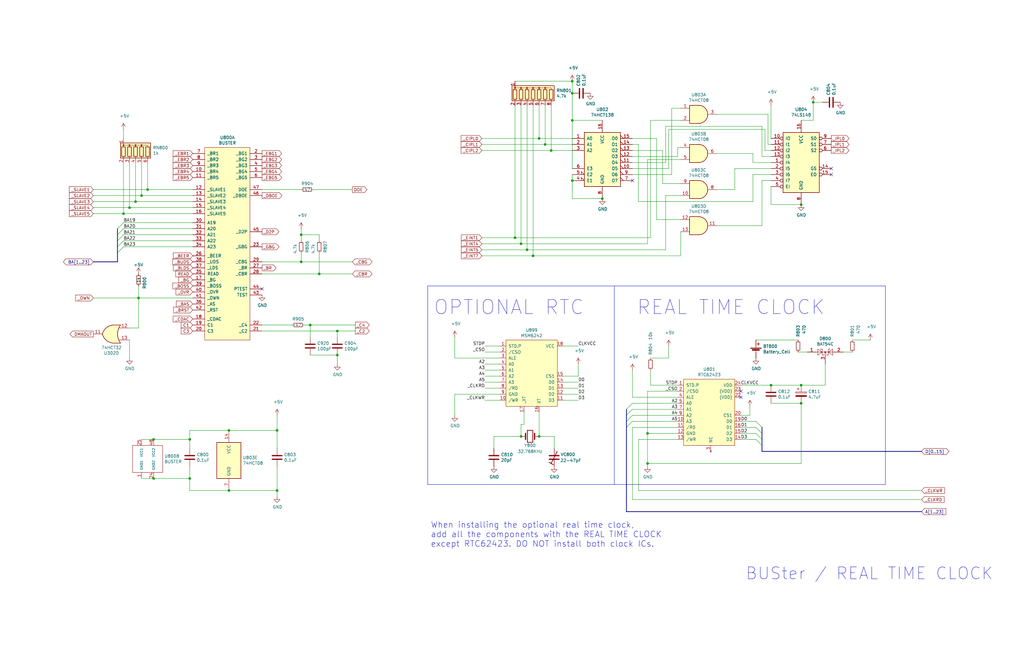
<source format=kicad_sch>
(kicad_sch (version 20231120) (generator "eeschema") (generator_version "8.0")
  (paper "B")
  (title_block (title "Amiga 2000 EATX") (date "2024-06-02") (rev "3.1"))
  (junction (at 116.84 181.61))
  (junction (at 229.87 60.96))
  (junction (at 254 83.82))
  (junction (at 80.01 201.93))
  (junction (at 134.62 115.57))
  (junction (at 241.3 34.29))
  (junction (at 62.23 80.01))
  (junction (at 227.33 58.42))
  (junction (at 241.3 76.2))
  (junction (at 116.84 207.01))
  (junction (at 127 99.06))
  (junction (at 59.69 82.55))
  (junction (at 96.52 181.61))
  (junction (at 227.33 184.15))
  (junction (at 219.71 102.87))
  (junction (at 217.17 100.33))
  (junction (at 64.77 185.42))
  (junction (at 142.24 139.7))
  (junction (at 224.79 107.95))
  (junction (at 241.3 50.8))
  (junction (at 337.82 170.18))
  (junction (at 142.24 149.86))
  (junction (at 337.82 162.56))
  (junction (at 241.3 39.37))
  (junction (at 325.12 162.56))
  (junction (at 64.77 201.93))
  (junction (at 273.05 182.88))
  (junction (at 80.01 185.42))
  (junction (at 52.07 90.17))
  (junction (at 96.52 207.01))
  (junction (at 342.9 43.18))
  (junction (at 127 110.49))
  (junction (at 232.41 63.5))
  (junction (at 219.71 184.15))
  (junction (at 222.25 105.41))
  (junction (at 54.61 87.63))
  (junction (at 273.05 195.58))
  (junction (at 57.15 85.09))
  (junction (at 337.82 86.36))
  (junction (at 58.42 125.73))
  (junction (at 130.81 137.16))
  (no_connect (at 350.52 71.12))
  (no_connect (at 312.42 167.64))
  (no_connect (at 350.52 73.66))
  (no_connect (at 312.42 165.1))
  (no_connect (at 110.49 121.92))
  (no_connect (at 266.7 76.2))
  (bus_entry (at 266.7 172.72) (size -2.54 2.54))
  (bus_entry (at 52.07 96.52) (size -2.54 2.54))
  (bus_entry (at 52.07 99.06) (size -2.54 2.54))
  (bus_entry (at 52.07 104.14) (size -2.54 2.54))
  (bus_entry (at 52.07 93.98) (size -2.54 2.54))
  (bus_entry (at 318.77 185.42) (size 2.54 2.54))
  (bus_entry (at 318.77 177.8) (size 2.54 2.54))
  (bus_entry (at 266.7 175.26) (size -2.54 2.54))
  (bus_entry (at 52.07 101.6) (size -2.54 2.54))
  (bus_entry (at 318.77 180.34) (size 2.54 2.54))
  (bus_entry (at 266.7 170.18) (size -2.54 2.54))
  (bus_entry (at 318.77 182.88) (size 2.54 2.54))
  (bus_entry (at 266.7 177.8) (size -2.54 2.54))
  (wire (pts (xy 281.94 54.61) (xy 322.58 54.61)))
  (wire (pts (xy 317.5 64.77) (xy 317.5 68.58)))
  (wire (pts (xy 80.01 201.93) (xy 80.01 207.01)))
  (wire (pts (xy 359.41 143.51) (xy 367.03 143.51)))
  (wire (pts (xy 274.32 162.56) (xy 274.32 156.21)))
  (wire (pts (xy 54.61 138.43) (xy 58.42 138.43)))
  (wire (pts (xy 116.84 209.55) (xy 116.84 207.01)))
  (wire (pts (xy 39.37 125.73) (xy 58.42 125.73)))
  (wire (pts (xy 227.33 44.45) (xy 227.33 58.42)))
  (wire (pts (xy 243.84 158.75) (xy 243.84 153.67)))
  (wire (pts (xy 210.82 151.13) (xy 191.77 151.13)))
  (wire (pts (xy 81.28 80.01) (xy 62.23 80.01)))
  (wire (pts (xy 318.77 143.51) (xy 336.55 143.51)))
  (wire (pts (xy 266.7 73.66) (xy 283.21 73.66)))
  (wire (pts (xy 336.55 148.59) (xy 340.36 148.59)))
  (wire (pts (xy 312.42 177.8) (xy 318.77 177.8)))
  (wire (pts (xy 62.23 68.58) (xy 62.23 80.01)))
  (bus (pts (xy 264.16 175.26) (xy 264.16 177.8)))
  (bus (pts (xy 264.16 172.72) (xy 264.16 175.26)))
  (wire (pts (xy 266.7 167.64) (xy 285.75 167.64)))
  (wire (pts (xy 323.85 48.26) (xy 302.26 48.26)))
  (wire (pts (xy 219.71 184.15) (xy 208.28 184.15)))
  (wire (pts (xy 325.12 58.42) (xy 325.12 44.45)))
  (wire (pts (xy 309.88 80.01) (xy 309.88 71.12)))
  (wire (pts (xy 64.77 201.93) (xy 80.01 201.93)))
  (wire (pts (xy 210.82 161.29) (xy 204.47 161.29)))
  (wire (pts (xy 317.5 73.66) (xy 325.12 73.66)))
  (wire (pts (xy 57.15 68.58) (xy 57.15 85.09)))
  (wire (pts (xy 203.2 107.95) (xy 224.79 107.95)))
  (wire (pts (xy 59.69 201.93) (xy 64.77 201.93)))
  (wire (pts (xy 81.28 85.09) (xy 57.15 85.09)))
  (wire (pts (xy 317.5 68.58) (xy 325.12 68.58)))
  (wire (pts (xy 325.12 86.36) (xy 337.82 86.36)))
  (wire (pts (xy 266.7 210.82) (xy 266.7 180.34)))
  (wire (pts (xy 210.82 158.75) (xy 204.47 158.75)))
  (wire (pts (xy 237.49 161.29) (xy 243.84 161.29)))
  (bus (pts (xy 49.53 99.06) (xy 49.53 101.6)))
  (wire (pts (xy 273.05 195.58) (xy 273.05 196.85)))
  (bus (pts (xy 264.16 177.8) (xy 264.16 180.34)))
  (wire (pts (xy 266.7 60.96) (xy 269.24 60.96)))
  (wire (pts (xy 52.07 90.17) (xy 39.37 90.17)))
  (wire (pts (xy 210.82 153.67) (xy 204.47 153.67)))
  (wire (pts (xy 237.49 166.37) (xy 243.84 166.37)))
  (bus (pts (xy 49.53 106.68) (xy 49.53 110.49)))
  (wire (pts (xy 58.42 120.65) (xy 58.42 125.73)))
  (wire (pts (xy 280.67 82.55) (xy 287.02 82.55)))
  (wire (pts (xy 203.2 60.96) (xy 229.87 60.96)))
  (bus (pts (xy 321.31 182.88) (xy 321.31 185.42)))
  (wire (pts (xy 110.49 80.01) (xy 127 80.01)))
  (wire (pts (xy 222.25 105.41) (xy 280.67 105.41)))
  (bus (pts (xy 49.53 110.49) (xy 39.37 110.49)))
  (wire (pts (xy 285.75 66.04) (xy 285.75 62.23)))
  (wire (pts (xy 110.49 139.7) (xy 142.24 139.7)))
  (wire (pts (xy 208.28 184.15) (xy 208.28 189.23)))
  (wire (pts (xy 54.61 68.58) (xy 54.61 87.63)))
  (wire (pts (xy 96.52 207.01) (xy 116.84 207.01)))
  (bus (pts (xy 321.31 180.34) (xy 321.31 182.88)))
  (wire (pts (xy 325.12 170.18) (xy 337.82 170.18)))
  (bus (pts (xy 49.53 101.6) (xy 49.53 104.14)))
  (wire (pts (xy 285.75 175.26) (xy 266.7 175.26)))
  (wire (pts (xy 280.67 68.58) (xy 280.67 53.34)))
  (wire (pts (xy 224.79 44.45) (xy 224.79 107.95)))
  (wire (pts (xy 241.3 60.96) (xy 229.87 60.96)))
  (wire (pts (xy 210.82 166.37) (xy 191.77 166.37)))
  (wire (pts (xy 241.3 73.66) (xy 241.3 76.2)))
  (wire (pts (xy 325.12 60.96) (xy 323.85 60.96)))
  (wire (pts (xy 110.49 115.57) (xy 134.62 115.57)))
  (wire (pts (xy 285.75 177.8) (xy 266.7 177.8)))
  (wire (pts (xy 241.3 39.37) (xy 241.3 34.29)))
  (wire (pts (xy 337.82 50.8) (xy 342.9 50.8)))
  (wire (pts (xy 323.85 60.96) (xy 323.85 48.26)))
  (wire (pts (xy 110.49 137.16) (xy 123.19 137.16)))
  (wire (pts (xy 127 110.49) (xy 148.59 110.49)))
  (wire (pts (xy 229.87 44.45) (xy 229.87 60.96)))
  (wire (pts (xy 269.24 207.01) (xy 269.24 185.42)))
  (wire (pts (xy 302.26 95.25) (xy 321.31 95.25)))
  (wire (pts (xy 220.98 179.07) (xy 219.71 179.07)))
  (wire (pts (xy 81.28 87.63) (xy 54.61 87.63)))
  (wire (pts (xy 210.82 148.59) (xy 204.47 148.59)))
  (wire (pts (xy 80.01 181.61) (xy 96.52 181.61)))
  (wire (pts (xy 254 50.8) (xy 241.3 50.8)))
  (wire (pts (xy 287.02 107.95) (xy 287.02 97.79)))
  (wire (pts (xy 142.24 142.24) (xy 142.24 139.7)))
  (wire (pts (xy 217.17 44.45) (xy 217.17 100.33)))
  (wire (pts (xy 217.17 100.33) (xy 274.32 100.33)))
  (wire (pts (xy 96.52 181.61) (xy 116.84 181.61)))
  (wire (pts (xy 81.28 101.6) (xy 52.07 101.6)))
  (wire (pts (xy 80.01 207.01) (xy 96.52 207.01)))
  (wire (pts (xy 127 99.06) (xy 134.62 99.06)))
  (wire (pts (xy 219.71 44.45) (xy 219.71 102.87)))
  (wire (pts (xy 325.12 162.56) (xy 337.82 162.56)))
  (wire (pts (xy 302.26 64.77) (xy 317.5 64.77)))
  (wire (pts (xy 210.82 146.05) (xy 204.47 146.05)))
  (bus (pts (xy 321.31 187.96) (xy 321.31 190.5)))
  (wire (pts (xy 337.82 195.58) (xy 273.05 195.58)))
  (bus (pts (xy 321.31 185.42) (xy 321.31 187.96)))
  (wire (pts (xy 273.05 102.87) (xy 273.05 67.31)))
  (wire (pts (xy 279.4 63.5) (xy 279.4 77.47)))
  (wire (pts (xy 203.2 102.87) (xy 219.71 102.87)))
  (wire (pts (xy 285.75 162.56) (xy 274.32 162.56)))
  (wire (pts (xy 285.75 182.88) (xy 273.05 182.88)))
  (wire (pts (xy 134.62 106.68) (xy 134.62 115.57)))
  (polyline (pts (xy 180.34 204.47) (xy 180.34 120.65)))
  (wire (pts (xy 220.98 173.99) (xy 220.98 179.07)))
  (wire (pts (xy 241.3 58.42) (xy 227.33 58.42)))
  (wire (pts (xy 325.12 78.74) (xy 325.12 86.36)))
  (wire (pts (xy 312.42 182.88) (xy 318.77 182.88)))
  (wire (pts (xy 219.71 179.07) (xy 219.71 184.15)))
  (wire (pts (xy 81.28 82.55) (xy 59.69 82.55)))
  (wire (pts (xy 274.32 50.8) (xy 287.02 50.8)))
  (wire (pts (xy 274.32 151.13) (xy 281.94 151.13)))
  (wire (pts (xy 116.84 189.23) (xy 116.84 181.61)))
  (wire (pts (xy 64.77 185.42) (xy 80.01 185.42)))
  (wire (pts (xy 388.62 210.82) (xy 266.7 210.82)))
  (wire (pts (xy 269.24 60.96) (xy 269.24 85.09)))
  (wire (pts (xy 273.05 67.31) (xy 287.02 67.31)))
  (wire (pts (xy 302.26 80.01) (xy 309.88 80.01)))
  (wire (pts (xy 285.75 170.18) (xy 266.7 170.18)))
  (wire (pts (xy 312.42 162.56) (xy 325.12 162.56)))
  (wire (pts (xy 142.24 139.7) (xy 149.86 139.7)))
  (bus (pts (xy 321.31 190.5) (xy 388.62 190.5)))
  (wire (pts (xy 281.94 151.13) (xy 281.94 146.05)))
  (wire (pts (xy 81.28 90.17) (xy 52.07 90.17)))
  (wire (pts (xy 127 99.06) (xy 127 96.52)))
  (wire (pts (xy 312.42 185.42) (xy 318.77 185.42)))
  (wire (pts (xy 276.86 58.42) (xy 276.86 92.71)))
  (wire (pts (xy 266.7 71.12) (xy 281.94 71.12)))
  (wire (pts (xy 62.23 80.01) (xy 39.37 80.01)))
  (wire (pts (xy 191.77 166.37) (xy 191.77 175.26)))
  (wire (pts (xy 127 101.6) (xy 127 99.06)))
  (wire (pts (xy 59.69 82.55) (xy 39.37 82.55)))
  (polyline (pts (xy 180.34 120.65) (xy 373.38 120.65)))
  (wire (pts (xy 266.7 58.42) (xy 276.86 58.42)))
  (wire (pts (xy 203.2 63.5) (xy 232.41 63.5)))
  (wire (pts (xy 227.33 58.42) (xy 203.2 58.42)))
  (wire (pts (xy 241.3 50.8) (xy 241.3 39.37)))
  (wire (pts (xy 241.3 83.82) (xy 254 83.82)))
  (wire (pts (xy 52.07 58.42) (xy 52.07 54.61)))
  (wire (pts (xy 321.31 53.34) (xy 321.31 66.04)))
  (wire (pts (xy 81.28 96.52) (xy 52.07 96.52)))
  (wire (pts (xy 273.05 182.88) (xy 273.05 195.58)))
  (wire (pts (xy 227.33 184.15) (xy 227.33 173.99)))
  (wire (pts (xy 210.82 163.83) (xy 204.47 163.83)))
  (wire (pts (xy 322.58 54.61) (xy 322.58 63.5)))
  (wire (pts (xy 59.69 68.58) (xy 59.69 82.55)))
  (wire (pts (xy 81.28 104.14) (xy 52.07 104.14)))
  (wire (pts (xy 130.81 149.86) (xy 142.24 149.86)))
  (wire (pts (xy 281.94 71.12) (xy 281.94 54.61)))
  (polyline (pts (xy 180.34 204.47) (xy 373.38 204.47)))
  (wire (pts (xy 210.82 156.21) (xy 204.47 156.21)))
  (wire (pts (xy 80.01 185.42) (xy 80.01 181.61)))
  (wire (pts (xy 127 106.68) (xy 127 110.49)))
  (polyline (pts (xy 373.38 204.47) (xy 373.38 120.65)))
  (wire (pts (xy 237.49 168.91) (xy 243.84 168.91)))
  (wire (pts (xy 321.31 76.2) (xy 325.12 76.2)))
  (wire (pts (xy 232.41 63.5) (xy 241.3 63.5)))
  (wire (pts (xy 276.86 92.71) (xy 287.02 92.71)))
  (wire (pts (xy 321.31 95.25) (xy 321.31 76.2)))
  (wire (pts (xy 283.21 45.72) (xy 287.02 45.72)))
  (wire (pts (xy 312.42 175.26) (xy 316.23 175.26)))
  (wire (pts (xy 128.27 137.16) (xy 130.81 137.16)))
  (wire (pts (xy 81.28 99.06) (xy 52.07 99.06)))
  (wire (pts (xy 337.82 162.56) (xy 347.98 162.56)))
  (bus (pts (xy 49.53 104.14) (xy 49.53 106.68)))
  (wire (pts (xy 142.24 149.86) (xy 142.24 153.67)))
  (wire (pts (xy 285.75 185.42) (xy 269.24 185.42)))
  (wire (pts (xy 285.75 62.23) (xy 287.02 62.23)))
  (wire (pts (xy 58.42 125.73) (xy 58.42 138.43)))
  (wire (pts (xy 58.42 125.73) (xy 81.28 125.73)))
  (wire (pts (xy 322.58 63.5) (xy 325.12 63.5)))
  (wire (pts (xy 280.67 53.34) (xy 321.31 53.34)))
  (wire (pts (xy 237.49 158.75) (xy 243.84 158.75)))
  (wire (pts (xy 273.05 182.88) (xy 273.05 165.1)))
  (wire (pts (xy 279.4 77.47) (xy 287.02 77.47)))
  (wire (pts (xy 210.82 168.91) (xy 204.47 168.91)))
  (wire (pts (xy 224.79 107.95) (xy 287.02 107.95)))
  (wire (pts (xy 219.71 102.87) (xy 273.05 102.87)))
  (wire (pts (xy 312.42 180.34) (xy 318.77 180.34)))
  (wire (pts (xy 81.28 93.98) (xy 52.07 93.98)))
  (wire (pts (xy 337.82 170.18) (xy 337.82 195.58)))
  (wire (pts (xy 237.49 163.83) (xy 243.84 163.83)))
  (wire (pts (xy 355.6 148.59) (xy 359.41 148.59)))
  (wire (pts (xy 347.98 162.56) (xy 347.98 153.67)))
  (bus (pts (xy 49.53 96.52) (xy 49.53 99.06)))
  (wire (pts (xy 280.67 105.41) (xy 280.67 82.55)))
  (wire (pts (xy 233.68 184.15) (xy 233.68 189.23)))
  (wire (pts (xy 285.75 180.34) (xy 266.7 180.34)))
  (wire (pts (xy 274.32 100.33) (xy 274.32 50.8)))
  (polyline (pts (xy 259.08 120.65) (xy 259.08 204.47)))
  (wire (pts (xy 269.24 85.09) (xy 317.5 85.09)))
  (wire (pts (xy 54.61 143.51) (xy 54.61 151.13)))
  (wire (pts (xy 388.62 207.01) (xy 269.24 207.01)))
  (wire (pts (xy 285.75 172.72) (xy 266.7 172.72)))
  (wire (pts (xy 80.01 189.23) (xy 80.01 185.42)))
  (wire (pts (xy 227.33 184.15) (xy 233.68 184.15)))
  (wire (pts (xy 52.07 68.58) (xy 52.07 90.17)))
  (wire (pts (xy 342.9 50.8) (xy 342.9 43.18)))
  (wire (pts (xy 266.7 167.64) (xy 266.7 156.21)))
  (wire (pts (xy 130.81 142.24) (xy 130.81 137.16)))
  (wire (pts (xy 57.15 85.09) (xy 39.37 85.09)))
  (wire (pts (xy 203.2 100.33) (xy 217.17 100.33)))
  (wire (pts (xy 134.62 115.57) (xy 148.59 115.57)))
  (wire (pts (xy 130.81 137.16) (xy 149.86 137.16)))
  (wire (pts (xy 241.3 50.8) (xy 241.3 71.12)))
  (wire (pts (xy 309.88 71.12) (xy 325.12 71.12)))
  (wire (pts (xy 134.62 99.06) (xy 134.62 101.6)))
  (wire (pts (xy 116.84 181.61) (xy 116.84 175.26)))
  (wire (pts (xy 222.25 44.45) (xy 222.25 105.41)))
  (wire (pts (xy 116.84 207.01) (xy 116.84 196.85)))
  (wire (pts (xy 317.5 85.09) (xy 317.5 73.66)))
  (wire (pts (xy 80.01 196.85) (xy 80.01 201.93)))
  (wire (pts (xy 241.3 76.2) (xy 241.3 83.82)))
  (wire (pts (xy 283.21 73.66) (xy 283.21 45.72)))
  (wire (pts (xy 321.31 66.04) (xy 325.12 66.04)))
  (wire (pts (xy 241.3 34.29) (xy 217.17 34.29)))
  (wire (pts (xy 232.41 44.45) (xy 232.41 63.5)))
  (wire (pts (xy 110.49 110.49) (xy 127 110.49)))
  (bus (pts (xy 388.62 215.9) (xy 264.16 215.9)))
  (wire (pts (xy 316.23 171.45) (xy 316.23 175.26)))
  (wire (pts (xy 203.2 105.41) (xy 222.25 105.41)))
  (bus (pts (xy 264.16 180.34) (xy 264.16 215.9)))
  (wire (pts (xy 266.7 63.5) (xy 279.4 63.5)))
  (wire (pts (xy 273.05 165.1) (xy 285.75 165.1)))
  (wire (pts (xy 59.69 185.42) (xy 64.77 185.42)))
  (wire (pts (xy 132.08 80.01) (xy 148.59 80.01)))
  (wire (pts (xy 237.49 146.05) (xy 243.84 146.05)))
  (wire (pts (xy 191.77 151.13) (xy 191.77 142.24)))
  (wire (pts (xy 266.7 66.04) (xy 285.75 66.04)))
  (wire (pts (xy 54.61 87.63) (xy 39.37 87.63)))
  (wire (pts (xy 342.9 43.18) (xy 346.71 43.18)))
  (wire (pts (xy 266.7 68.58) (xy 280.67 68.58)))
  (text "REAL TIME CLOCK" (at 347.98 133.35 0) (effects (font (size 5.9944 5.9944)) (justify right bottom)))
  (text "OPTIONAL RTC" (at 246.38 133.35 0) (effects (font (size 5.9944 5.9944)) (justify right bottom)))
  (text "When installing the optional real time clock,\nadd all the components with the REAL TIME CLOCK\nexcept RTC62423. DO NOT install both clock ICs." (at 181.61 231.14 0) (effects (font (size 2.4892 2.4892)) (justify left bottom)))
  (text "BUSter / REAL TIME CLOCK" (at 314.325 245.11 0) (effects (font (size 5.0038 5.0038)) (justify left bottom)))
  (label "BA20" (at 52.07 96.52 0) (effects (font (size 1.2954 1.2954))))
  (label "BA23" (at 52.07 104.14 0) (effects (font (size 1.2954 1.2954))))
  (label "BA22" (at 52.07 101.6 0) (effects (font (size 1.2954 1.2954))))
  (label "STDP" (at 204.47 146.05 180) (effects (font (size 1.2954 1.2954))))
  (label "A4" (at 204.47 158.75 180) (effects (font (size 1.2954 1.2954))))
  (label "A3" (at 204.47 156.21 180) (effects (font (size 1.2954 1.2954))))
  (label "D2" (at 312.42 182.88 0) (effects (font (size 1.2954 1.2954))))
  (label "CLKVCC" (at 312.42 162.56 0) (effects (font (size 1.2954 1.2954))))
  (label "_CSO" (at 285.75 165.1 180) (effects (font (size 1.2954 1.2954))))
  (label "_CLKRD" (at 204.47 163.83 180) (effects (font (size 1.2954 1.2954))))
  (label "STDP" (at 285.75 162.56 180) (effects (font (size 1.2954 1.2954))))
  (label "D0" (at 312.42 177.8 0) (effects (font (size 1.2954 1.2954))))
  (label "A4" (at 283.21 175.26 0) (effects (font (size 1.2954 1.2954))))
  (label "D3" (at 243.84 168.91 0) (effects (font (size 1.2954 1.2954))))
  (label "D1" (at 312.42 180.34 0) (effects (font (size 1.2954 1.2954))))
  (label "_CLKWR" (at 204.47 168.91 180) (effects (font (size 1.2954 1.2954))))
  (label "D0" (at 243.84 161.29 0) (effects (font (size 1.2954 1.2954))))
  (label "BA19" (at 52.07 93.98 0) (effects (font (size 1.2954 1.2954))))
  (label "BA21" (at 52.07 99.06 0) (effects (font (size 1.2954 1.2954))))
  (label "D3" (at 312.42 185.42 0) (effects (font (size 1.2954 1.2954))))
  (label "A3" (at 283.21 172.72 0) (effects (font (size 1.2954 1.2954))))
  (label "D1" (at 243.84 163.83 0) (effects (font (size 1.2954 1.2954))))
  (label "A2" (at 204.47 153.67 180) (effects (font (size 1.2954 1.2954))))
  (label "A5" (at 283.21 177.8 0) (effects (font (size 1.2954 1.2954))))
  (label "_CSO" (at 204.47 148.59 180) (effects (font (size 1.2954 1.2954))))
  (label "CLKVCC" (at 243.84 146.05 0) (effects (font (size 1.2954 1.2954))))
  (label "A5" (at 204.47 161.29 180) (effects (font (size 1.2954 1.2954))))
  (label "A2" (at 283.21 170.18 0) (effects (font (size 1.2954 1.2954))))
  (label "D2" (at 243.84 166.37 0) (effects (font (size 1.2954 1.2954))))
  (global_label "A[1..23]" (shape input) (at 388.62 215.9 0) (effects (font (size 1.2954 1.2954))) (property "Intersheetrefs" "${INTERSHEET_REFS}" (at 398.7697 215.9 0) (effects (justify left))))
  (global_label "C3" (shape input) (at 81.28 139.7 180) (property "Intersheetrefs" "${INTERSHEET_REFS}" (at 76.4695 139.7 0) (effects (justify right))))
  (global_label "_SLAVE3" (shape input) (at 39.37 85.09 180) (property "Intersheetrefs" "${INTERSHEET_REFS}" (at 29.2981 85.09 0) (effects (justify right))))
  (global_label "_EBR2" (shape input) (at 81.28 67.31 180) (property "Intersheetrefs" "${INTERSHEET_REFS}" (at 73.0829 67.31 0) (effects (justify right))))
  (global_label "_BR" (shape output) (at 110.49 113.03 0) (property "Intersheetrefs" "${INTERSHEET_REFS}" (at 116.3286 113.03 0) (effects (justify left))))
  (global_label "_CDAC" (shape input) (at 81.28 134.62 180) (property "Intersheetrefs" "${INTERSHEET_REFS}" (at 73.0828 134.62 0) (effects (justify right))))
  (global_label "_IPL2" (shape output) (at 350.52 63.5 0) (property "Intersheetrefs" "${INTERSHEET_REFS}" (at 357.931 63.5 0) (effects (justify left))))
  (global_label "_BOSS" (shape input) (at 81.28 120.65 180) (property "Intersheetrefs" "${INTERSHEET_REFS}" (at 72.9619 120.65 0) (effects (justify right))))
  (global_label "_EBR4" (shape input) (at 81.28 72.39 180) (property "Intersheetrefs" "${INTERSHEET_REFS}" (at 73.0829 72.39 0) (effects (justify right))))
  (global_label "BA[1..23]" (shape bidirectional) (at 39.37 110.49 180) (effects (font (size 1.2954 1.2954))) (property "Intersheetrefs" "${INTERSHEET_REFS}" (at 26.9533 110.49 0) (effects (justify right))))
  (global_label "_SLAVE2" (shape input) (at 39.37 82.55 180) (property "Intersheetrefs" "${INTERSHEET_REFS}" (at 29.2981 82.55 0) (effects (justify right))))
  (global_label "_BG" (shape input) (at 81.28 118.11 180) (property "Intersheetrefs" "${INTERSHEET_REFS}" (at 75.4414 118.11 0) (effects (justify right))))
  (global_label "_EINT7" (shape input) (at 203.2 107.95 180) (property "Intersheetrefs" "${INTERSHEET_REFS}" (at 194.64 107.95 0) (effects (justify right))))
  (global_label "_CBG" (shape bidirectional) (at 148.59 110.49 0) (property "Intersheetrefs" "${INTERSHEET_REFS}" (at 156.6511 110.49 0) (effects (justify left))))
  (global_label "_CIPL2" (shape input) (at 203.2 63.5 180) (property "Intersheetrefs" "${INTERSHEET_REFS}" (at 194.519 63.5 0) (effects (justify right))))
  (global_label "_IPL1" (shape output) (at 350.52 60.96 0) (property "Intersheetrefs" "${INTERSHEET_REFS}" (at 357.931 60.96 0) (effects (justify left))))
  (global_label "_OVR" (shape input) (at 81.28 123.19 180) (property "Intersheetrefs" "${INTERSHEET_REFS}" (at 74.2923 123.19 0) (effects (justify right))))
  (global_label "_DBOE" (shape output) (at 110.49 82.55 0) (property "Intersheetrefs" "${INTERSHEET_REFS}" (at 118.8081 82.55 0) (effects (justify left))))
  (global_label "_CIPL0" (shape input) (at 203.2 58.42 180) (property "Intersheetrefs" "${INTERSHEET_REFS}" (at 194.519 58.42 0) (effects (justify right))))
  (global_label "_IPL0" (shape output) (at 350.52 58.42 0) (property "Intersheetrefs" "${INTERSHEET_REFS}" (at 357.931 58.42 0) (effects (justify left))))
  (global_label "DOE" (shape output) (at 148.59 80.01 0) (property "Intersheetrefs" "${INTERSHEET_REFS}" (at 154.6705 80.01 0) (effects (justify left))))
  (global_label "_SLAVE4" (shape input) (at 39.37 87.63 180) (property "Intersheetrefs" "${INTERSHEET_REFS}" (at 29.2981 87.63 0) (effects (justify right))))
  (global_label "_CLKWR" (shape input) (at 388.62 207.01 0) (property "Intersheetrefs" "${INTERSHEET_REFS}" (at 398.2081 207.01 0) (effects (justify left))))
  (global_label "_D2P" (shape output) (at 110.49 97.79 0) (property "Intersheetrefs" "${INTERSHEET_REFS}" (at 117.5381 97.79 0) (effects (justify left))))
  (global_label "_GBG" (shape output) (at 110.49 104.14 0) (property "Intersheetrefs" "${INTERSHEET_REFS}" (at 117.5986 104.14 0) (effects (justify left))))
  (global_label "_CLKRD" (shape input) (at 388.62 210.82 0) (property "Intersheetrefs" "${INTERSHEET_REFS}" (at 398.0267 210.82 0) (effects (justify left))))
  (global_label "_EBR1" (shape input) (at 81.28 64.77 180) (property "Intersheetrefs" "${INTERSHEET_REFS}" (at 73.0829 64.77 0) (effects (justify right))))
  (global_label "_EBG4" (shape output) (at 110.49 72.39 0) (property "Intersheetrefs" "${INTERSHEET_REFS}" (at 118.6871 72.39 0) (effects (justify left))))
  (global_label "_OWN" (shape input) (at 39.37 125.73 180) (property "Intersheetrefs" "${INTERSHEET_REFS}" (at 31.959 125.73 0) (effects (justify right))))
  (global_label "_EBR5" (shape input) (at 81.28 74.93 180) (property "Intersheetrefs" "${INTERSHEET_REFS}" (at 73.0829 74.93 0) (effects (justify right))))
  (global_label "_C2" (shape output) (at 149.86 139.7 0) (property "Intersheetrefs" "${INTERSHEET_REFS}" (at 155.6381 139.7 0) (effects (justify left))))
  (global_label "_EINT5" (shape input) (at 203.2 105.41 180) (property "Intersheetrefs" "${INTERSHEET_REFS}" (at 194.64 105.41 0) (effects (justify right))))
  (global_label "_CBR" (shape bidirectional) (at 148.59 115.57 0) (property "Intersheetrefs" "${INTERSHEET_REFS}" (at 156.6511 115.57 0) (effects (justify left))))
  (global_label "D[0..15]" (shape bidirectional) (at 388.62 190.5 0) (effects (font (size 1.2954 1.2954))) (property "Intersheetrefs" "${INTERSHEET_REFS}" (at 399.9264 190.5 0) (effects (justify left))))
  (global_label "_BUDS" (shape input) (at 81.28 110.49 180) (property "Intersheetrefs" "${INTERSHEET_REFS}" (at 72.9014 110.49 0) (effects (justify right))))
  (global_label "_EINT4" (shape input) (at 203.2 102.87 180) (property "Intersheetrefs" "${INTERSHEET_REFS}" (at 194.64 102.87 0) (effects (justify right))))
  (global_label "_EINT1" (shape input) (at 203.2 100.33 180) (property "Intersheetrefs" "${INTERSHEET_REFS}" (at 194.64 100.33 0) (effects (justify right))))
  (global_label "_EBG1" (shape output) (at 110.49 64.77 0) (property "Intersheetrefs" "${INTERSHEET_REFS}" (at 118.6871 64.77 0) (effects (justify left))))
  (global_label "_EBR3" (shape input) (at 81.28 69.85 180) (property "Intersheetrefs" "${INTERSHEET_REFS}" (at 73.0829 69.85 0) (effects (justify right))))
  (global_label "_BLDS" (shape input) (at 81.28 113.03 180) (property "Intersheetrefs" "${INTERSHEET_REFS}" (at 73.2038 113.03 0) (effects (justify right))))
  (global_label "_BAS" (shape input) (at 81.28 128.27 180) (property "Intersheetrefs" "${INTERSHEET_REFS}" (at 74.4133 128.27 0) (effects (justify right))))
  (global_label "_BEER" (shape input) (at 81.28 107.95 180) (property "Intersheetrefs" "${INTERSHEET_REFS}" (at 73.1434 107.95 0) (effects (justify right))))
  (global_label "C1" (shape input) (at 81.28 137.16 180) (property "Intersheetrefs" "${INTERSHEET_REFS}" (at 76.4695 137.16 0) (effects (justify right))))
  (global_label "_EBG2" (shape output) (at 110.49 67.31 0) (property "Intersheetrefs" "${INTERSHEET_REFS}" (at 118.6871 67.31 0) (effects (justify left))))
  (global_label "_EBG5" (shape output) (at 110.49 74.93 0) (property "Intersheetrefs" "${INTERSHEET_REFS}" (at 118.6871 74.93 0) (effects (justify left))))
  (global_label "_SLAVE5" (shape input) (at 39.37 90.17 180) (property "Intersheetrefs" "${INTERSHEET_REFS}" (at 29.2981 90.17 0) (effects (justify right))))
  (global_label "_EBG3" (shape output) (at 110.49 69.85 0) (property "Intersheetrefs" "${INTERSHEET_REFS}" (at 118.6871 69.85 0) (effects (justify left))))
  (global_label "_BRST" (shape input) (at 81.28 130.81 180) (property "Intersheetrefs" "${INTERSHEET_REFS}" (at 73.2643 130.81 0) (effects (justify right))))
  (global_label "READ" (shape input) (at 81.28 115.57 180) (property "Intersheetrefs" "${INTERSHEET_REFS}" (at 74.1714 115.57 0) (effects (justify right))))
  (global_label "DMAOUT" (shape output) (at 39.37 140.97 180) (property "Intersheetrefs" "${INTERSHEET_REFS}" (at 29.6004 140.97 0) (effects (justify right))))
  (global_label "_C4" (shape output) (at 149.86 137.16 0) (property "Intersheetrefs" "${INTERSHEET_REFS}" (at 155.6381 137.16 0) (effects (justify left))))
  (global_label "_SLAVE1" (shape input) (at 39.37 80.01 180) (property "Intersheetrefs" "${INTERSHEET_REFS}" (at 29.2981 80.01 0) (effects (justify right))))
  (global_label "_CIPL1" (shape input) (at 203.2 60.96 180) (property "Intersheetrefs" "${INTERSHEET_REFS}" (at 194.519 60.96 0) (effects (justify right))))
  (symbol (lib_id "74xx:74LS138") (at 254 66.04 0) (unit 1)
    (property "Reference" "U802" (at 254 46.2026 0))
    (property "Value" "74HCT138" (at 254 48.514 0))
    (property "Footprint" "Package_SO:SOIC-16_3.9x9.9mm_P1.27mm" (effects (hide yes)))
    (property "Datasheet" "http://www.ti.com/lit/gpn/sn74LS08" (effects (hide yes)))
  )
  (symbol (lib_id "74xx:74LS08") (at 294.64 48.26 0) (unit 1)
    (property "Reference" "U803" (at 294.64 40.005 0))
    (property "Value" "74HCT08" (at 294.64 42.3164 0))
    (property "Footprint" "Package_SO:SOIC-14_3.9x8.7mm_P1.27mm" (effects (hide yes)))
    (property "Datasheet" "http://www.ti.com/lit/gpn/sn74LS08" (effects (hide yes)))
  )
  (symbol (lib_id "74xx:74LS08") (at 294.64 64.77 0) (unit 2)
    (property "Reference" "U803" (at 294.64 56.515 0))
    (property "Value" "74HCT08" (at 294.64 58.8264 0))
    (property "Footprint" "Package_SO:SOIC-14_3.9x8.7mm_P1.27mm" (effects (hide yes)))
    (property "Datasheet" "http://www.ti.com/lit/gpn/sn74LS08" (effects (hide yes)))
  )
  (symbol (lib_id "74xx:74LS08") (at 294.64 80.01 0) (unit 3)
    (property "Reference" "U803" (at 294.64 71.755 0))
    (property "Value" "74HCT08" (at 294.64 74.0664 0))
    (property "Footprint" "Package_SO:SOIC-14_3.9x8.7mm_P1.27mm" (effects (hide yes)))
    (property "Datasheet" "http://www.ti.com/lit/gpn/sn74LS08" (effects (hide yes)))
  )
  (symbol (lib_id "74xx:74LS08") (at 294.64 95.25 0) (unit 4)
    (property "Reference" "U803" (at 294.64 86.995 0))
    (property "Value" "74HCT08" (at 294.64 89.3064 0))
    (property "Footprint" "Package_SO:SOIC-14_3.9x8.7mm_P1.27mm" (effects (hide yes)))
    (property "Datasheet" "http://www.ti.com/lit/gpn/sn74LS08" (effects (hide yes)))
  )
  (symbol (lib_id "74xx:74LS08") (at 96.52 194.31 0) (unit 5)
    (property "Reference" "U803" (at 102.362 193.1416 0) (effects (justify left)))
    (property "Value" "74HCT08" (at 102.362 195.453 0) (effects (justify left)))
    (property "Footprint" "Package_SO:SOIC-14_3.9x8.7mm_P1.27mm" (effects (hide yes)))
    (property "Datasheet" "http://www.ti.com/lit/gpn/sn74LS08" (effects (hide yes)))
  )
  (symbol (lib_id "74xx:74LS148") (at 337.82 68.58 0) (unit 1)
    (property "Reference" "U804" (at 337.82 46.2026 0))
    (property "Value" "74LS148" (at 337.82 48.514 0))
    (property "Footprint" "Package_SO:SOIC-16_3.9x9.9mm_P1.27mm" (effects (hide yes)))
    (property "Datasheet" "http://www.ti.com/lit/gpn/sn74LS148" (effects (hide yes)))
  )
  (symbol (lib_id "power:+5V") (at 325.12 44.45 0) (unit 1)
    (property "Reference" "#PWR0230" (effects (hide yes)))
    (property "Value" "+5V" (at 325.5518 38.7858 0))
  )
  (symbol (lib_id "Amiga-Library:Buster") (at 96.52 99.06 0) (unit 1)
    (property "Reference" "U800" (at 95.885 58.039 0))
    (property "Value" "BUSTER" (at 95.885 60.3504 0))
    (property "Footprint" "Package_DIP:DIP-48_W15.24mm" (effects (hide yes)))
  )
  (symbol (lib_id "Amiga-Library:Buster") (at 62.23 194.31 0) (unit 2)
    (property "Reference" "U800" (at 69.2912 192.5066 0) (effects (justify left)))
    (property "Value" "BUSTER" (at 69.2912 194.818 0) (effects (justify left)))
    (property "Datasheet" "http://www.ti.com/lit/gpn/sn74LS08" (effects (hide yes)))
  )
  (symbol (lib_id "power:+5V") (at 52.07 54.61 0) (unit 1)
    (property "Reference" "#PWR0224" (effects (hide yes)))
    (property "Value" "+5V" (at 52.5018 48.9458 0))
  )
  (symbol (lib_id "74xx:74LS32") (at 46.99 140.97 0) (mirror y) (unit 4)
    (property "Reference" "U302" (at 46.99 149.0218 0))
    (property "Value" "74HCT32" (at 46.99 146.7104 0))
    (property "Footprint" "Package_SO:SOIC-14_3.9x8.7mm_P1.27mm" (effects (hide yes)))
    (property "Datasheet" "http://www.ti.com/lit/gpn/sn74LS32" (effects (hide yes)))
  )
  (symbol (lib_id "Device:R_Small") (at 274.32 153.67 0) (unit 1)
    (property "Reference" "R804" (at 274.32 149.86 90) (effects (justify left)))
    (property "Value" "10k" (at 274.32 143.51 90) (effects (justify left)))
    (property "Footprint" "Resistor_SMD:R_1206_3216Metric" (effects (hide yes)))
  )
  (symbol (lib_id "Device:R_Small") (at 58.42 118.11 0) (unit 1)
    (property "Reference" "R800" (at 60.96 121.92 90) (effects (justify left)))
    (property "Value" "1k" (at 58.42 119.38 90) (effects (justify left)))
    (property "Footprint" "Resistor_SMD:R_1206_3216Metric" (effects (hide yes)))
  )
  (symbol (lib_id "power:+5V") (at 58.42 115.57 0) (unit 1)
    (property "Reference" "#PWR0226" (effects (hide yes)))
    (property "Value" "+5V" (at 58.42 111.76 0))
  )
  (symbol (lib_id "power:+5V") (at 281.94 146.05 0) (unit 1)
    (property "Reference" "#PWR0225" (effects (hide yes)))
    (property "Value" "+5V" (at 282.3718 140.3858 0))
  )
  (symbol (lib_id "Device:R_Small") (at 129.54 80.01 270) (unit 1)
    (property "Reference" "R904" (at 127 77.47 90) (effects (justify left)))
    (property "Value" "47" (at 128.27 80.01 90) (effects (justify left)))
    (property "Footprint" "Resistor_SMD:R_1206_3216Metric" (effects (hide yes)))
  )
  (symbol (lib_id "Device:R_Small") (at 127 104.14 180) (unit 1)
    (property "Reference" "R806" (at 129.54 101.6 90) (effects (justify left)))
    (property "Value" "4.7k" (at 124.46 102.87 90) (effects (justify left)))
    (property "Footprint" "Resistor_SMD:R_1206_3216Metric" (effects (hide yes)))
  )
  (symbol (lib_id "power:GND") (at 273.05 196.85 0) (unit 1)
    (property "Reference" "#PWR0228" (effects (hide yes)))
    (property "Value" "GND" (at 273.177 201.2442 0))
  )
  (symbol (lib_id "Device:R_Small") (at 134.62 104.14 180) (unit 1)
    (property "Reference" "R807" (at 137.16 101.6 90) (effects (justify left)))
    (property "Value" "4.7k" (at 132.08 102.87 90) (effects (justify left)))
    (property "Footprint" "Resistor_SMD:R_1206_3216Metric" (effects (hide yes)))
  )
  (symbol (lib_id "power:+5V") (at 127 96.52 0) (unit 1)
    (property "Reference" "#PWR0227" (effects (hide yes)))
    (property "Value" "+5V" (at 127.4318 90.8558 0))
  )
  (symbol (lib_id "power:GND") (at 116.84 209.55 0) (unit 1)
    (property "Reference" "#PWR0229" (effects (hide yes)))
    (property "Value" "GND" (at 116.967 213.9442 0))
  )
  (symbol (lib_id "power:GND") (at 142.24 153.67 0) (unit 1)
    (property "Reference" "#PWR0231" (effects (hide yes)))
    (property "Value" "GND" (at 142.367 158.0642 0))
  )
  (symbol (lib_id "power:GND") (at 54.61 151.13 0) (unit 1)
    (property "Reference" "#PWR0234" (effects (hide yes)))
    (property "Value" "GND" (at 54.737 155.5242 0))
  )
  (symbol (lib_id "power:GND") (at 110.49 124.46 0) (unit 1)
    (property "Reference" "#PWR0236" (effects (hide yes)))
    (property "Value" "GND" (at 110.617 128.8542 0))
  )
  (symbol (lib_id "Device:R_Small") (at 125.73 137.16 270) (unit 1)
    (property "Reference" "R905" (at 123.19 134.62 90) (effects (justify left)))
    (property "Value" "47" (at 124.46 137.16 90) (effects (justify left)))
    (property "Footprint" "Resistor_SMD:R_1206_3216Metric" (effects (hide yes)))
  )
  (symbol (lib_id "power:GND") (at 337.82 86.36 0) (unit 1)
    (property "Reference" "#PWR0237" (effects (hide yes)))
    (property "Value" "GND" (at 337.947 90.7542 0))
  )
  (symbol (lib_id "power:GND") (at 354.33 43.18 0) (unit 1)
    (property "Reference" "#PWR0239" (effects (hide yes)))
    (property "Value" "GND" (at 354.457 47.5742 0))
  )
  (symbol (lib_id "power:GND") (at 248.92 39.37 0) (unit 1)
    (property "Reference" "#PWR0240" (effects (hide yes)))
    (property "Value" "GND" (at 249.047 43.7642 0))
  )
  (symbol (lib_id "Device:C") (at 130.81 146.05 0) (unit 1)
    (property "Reference" "C920" (at 133.731 144.8816 0) (effects (justify left)))
    (property "Value" "100pF" (at 133.731 147.193 0) (effects (justify left)))
    (property "Footprint" "Capacitor_SMD:C_1206_3216Metric" (effects (hide yes)))
  )
  (symbol (lib_id "Device:C") (at 142.24 146.05 0) (unit 1)
    (property "Reference" "C904" (at 145.161 144.8816 0) (effects (justify left)))
    (property "Value" "100pF" (at 145.161 147.193 0) (effects (justify left)))
    (property "Footprint" "Capacitor_SMD:C_1206_3216Metric" (effects (hide yes)))
  )
  (symbol (lib_id "power:+5V") (at 241.3 34.29 0) (unit 1)
    (property "Reference" "#PWR0232" (effects (hide yes)))
    (property "Value" "+5V" (at 241.7318 28.6258 0))
  )
  (symbol (lib_id "Device:C") (at 325.12 166.37 0) (unit 1)
    (property "Reference" "C812" (at 328.041 165.2016 0) (effects (justify left)))
    (property "Value" "0.1uF" (at 328.041 167.513 0) (effects (justify left)))
    (property "Footprint" "Capacitor_SMD:C_1206_3216Metric" (effects (hide yes)))
  )
  (symbol (lib_id "power:+5V") (at 367.03 143.51 0) (unit 1)
    (property "Reference" "#PWR0241" (effects (hide yes)))
    (property "Value" "+5V" (at 367.4618 137.8458 0))
  )
  (symbol (lib_id "Device:C") (at 116.84 193.04 0) (unit 1)
    (property "Reference" "C803" (at 119.761 191.8716 0) (effects (justify left)))
    (property "Value" "0.1uF" (at 119.761 194.183 0) (effects (justify left)))
    (property "Footprint" "Capacitor_SMD:C_1206_3216Metric" (effects (hide yes)))
  )
  (symbol (lib_id "Device:C") (at 80.01 193.04 0) (unit 1)
    (property "Reference" "C800" (at 82.931 191.8716 0) (effects (justify left)))
    (property "Value" "0.1uF" (at 82.931 194.183 0) (effects (justify left)))
    (property "Footprint" "Capacitor_SMD:C_1206_3216Metric" (effects (hide yes)))
  )
  (symbol (lib_id "Device:Battery_Cell") (at 318.77 148.59 0) (unit 1)
    (property "Reference" "BT800" (at 321.7672 146.1516 0) (effects (justify left)))
    (property "Value" "Battery_Cell" (at 321.7672 148.463 0) (effects (justify left)))
    (property "Footprint" "Battery:BatteryHolder_Keystone_103_1x20mm" (effects (hide yes)))
  )
  (symbol (lib_id "Device:C") (at 245.11 39.37 90) (unit 1)
    (property "Reference" "C802" (at 243.9416 36.449 0) (effects (justify left)))
    (property "Value" "0.1uF" (at 246.253 36.449 0) (effects (justify left)))
    (property "Footprint" "Capacitor_SMD:C_1206_3216Metric" (effects (hide yes)))
  )
  (symbol (lib_id "power:GND") (at 318.77 151.13 0) (unit 1)
    (property "Reference" "#PWR0242" (effects (hide yes)))
    (property "Value" "GND" (at 318.897 155.5242 0))
  )
  (symbol (lib_id "Device:R_Small") (at 336.55 146.05 0) (unit 1)
    (property "Reference" "R803" (at 336.55 142.24 90) (effects (justify left)))
    (property "Value" "470" (at 339.09 140.97 90) (effects (justify left)))
    (property "Footprint" "Resistor_SMD:R_1206_3216Metric" (effects (hide yes)))
  )
  (symbol (lib_id "Device:C") (at 350.52 43.18 90) (unit 1)
    (property "Reference" "C804" (at 349.3516 40.259 0) (effects (justify left)))
    (property "Value" "0.1uF" (at 351.663 40.259 0) (effects (justify left)))
    (property "Footprint" "Capacitor_SMD:C_1206_3216Metric" (effects (hide yes)))
  )
  (symbol (lib_id "power:GND") (at 254 83.82 0) (unit 1)
    (property "Reference" "#PWR0233" (effects (hide yes)))
    (property "Value" "GND" (at 254.127 88.2142 0))
  )
  (symbol (lib_id "Device:R_Small") (at 359.41 146.05 0) (unit 1)
    (property "Reference" "R801" (at 359.41 142.24 90) (effects (justify left)))
    (property "Value" "470" (at 361.95 140.97 90) (effects (justify left)))
    (property "Footprint" "Resistor_SMD:R_1206_3216Metric" (effects (hide yes)))
  )
  (symbol (lib_id "power:+5V") (at 342.9 43.18 0) (unit 1)
    (property "Reference" "#PWR0235" (effects (hide yes)))
    (property "Value" "+5V" (at 343.3318 37.5158 0))
  )
  (symbol (lib_id "Diode:BAT54C") (at 347.98 148.59 0) (unit 1)
    (property "Reference" "D800" (at 347.98 142.875 0))
    (property "Value" "BAT54C" (at 347.98 145.1864 0))
    (property "Footprint" "Package_TO_SOT_SMD:SOT-23" (effects (hide yes)))
    (property "Datasheet" "http://www.diodes.com/_files/datasheets/ds11005.pdf" (effects (hide yes)))
  )
  (symbol (lib_id "power:+5V") (at 116.84 175.26 0) (unit 1)
    (property "Reference" "#PWR0238" (effects (hide yes)))
    (property "Value" "+5V" (at 117.2718 169.5958 0))
  )
  (symbol (lib_id "Amiga-Library:RTC62423") (at 299.72 173.99 0) (unit 1)
    (property "Reference" "U801" (at 299.085 155.829 0))
    (property "Value" "RTC62423" (at 299.085 158.1404 0))
    (property "Footprint" "Package_SO:SOIC-24W_7.5x15.4mm_P1.27mm" (effects (hide yes)))
  )
  (symbol (lib_id "2000ATX-rescue:CP-Device") (at 337.82 166.37 0) (unit 1)
    (property "Reference" "C811" (at 340.8172 165.2016 0) (effects (justify left)))
    (property "Value" "4.7uF" (at 340.8172 167.513 0) (effects (justify left)))
    (property "Footprint" "Capacitor_SMD:CP_Elec_4x5.8" (effects (hide yes)))
  )
  (symbol (lib_id "power:+5V") (at 316.23 171.45 0) (unit 1)
    (property "Reference" "#PWR0181" (effects (hide yes)))
    (property "Value" "+5V" (at 316.6618 165.7858 0))
  )
  (symbol (lib_id "power:+5V") (at 266.7 156.21 0) (unit 1)
    (property "Reference" "#PWR0207" (effects (hide yes)))
    (property "Value" "+5V" (at 267.1318 150.5458 0))
  )
  (symbol (lib_id "Device:R_Network07") (at 224.79 39.37 0) (unit 1)
    (property "Reference" "RN801" (at 234.6452 38.2016 0) (effects (justify left)))
    (property "Value" "4.7k" (at 234.6452 40.513 0) (effects (justify left)))
    (property "Footprint" "Resistor_THT:R_Array_SIP8" (effects (hide yes)))
    (property "Datasheet" "http://www.vishay.com/docs/31509/csc.pdf" (effects (hide yes)))
  )
  (symbol (lib_id "Device:R_Network05") (at 57.15 63.5 0) (unit 1)
    (property "Reference" "RN800" (at 64.4652 62.3316 0) (effects (justify left)))
    (property "Value" "1k" (at 64.4652 64.643 0) (effects (justify left)))
    (property "Footprint" "Resistor_THT:R_Array_SIP6" (effects (hide yes)))
    (property "Datasheet" "http://www.vishay.com/docs/31509/csc.pdf" (effects (hide yes)))
  )
  (symbol (lib_id "Amiga-Library:MSM6242") (at 224.79 157.48 0) (unit 1)
    (property "Reference" "U899" (at 224.155 139.319 0))
    (property "Value" "MSM6242" (at 224.155 141.6304 0))
    (property "Footprint" "Package_DIP:DIP-18_W7.62mm_Socket" (effects (hide yes)))
  )
  (symbol (lib_id "power:GND") (at 191.77 175.26 0) (unit 1)
    (property "Reference" "#PWR0397" (effects (hide yes)))
    (property "Value" "GND" (at 191.897 179.6542 0))
  )
  (symbol (lib_id "power:+5V") (at 191.77 142.24 0) (unit 1)
    (property "Reference" "#PWR0398" (effects (hide yes)))
    (property "Value" "+5V" (at 192.2018 136.5758 0))
  )
  (symbol (lib_id "power:+5V") (at 243.84 153.67 0) (unit 1)
    (property "Reference" "#PWR0399" (effects (hide yes)))
    (property "Value" "+5V" (at 244.2718 148.0058 0))
  )
  (symbol (lib_id "Device:Crystal") (at 223.52 184.15 0) (unit 1)
    (property "Reference" "Y800" (at 223.52 187.96 0))
    (property "Value" "32.768KHz" (at 223.52 190.5 0))
    (property "Footprint" "Crystal:Crystal_SMD_3215-2Pin_3.2x1.5mm" (effects (hide yes)))
  )
  (symbol (lib_id "2000ATX-rescue:CTRIM-Device") (at 233.68 193.04 180) (unit 1)
    (property "Reference" "VC800" (at 242.57 191.77 0) (effects (justify left)))
    (property "Value" "22-47pF" (at 245.11 194.31 0) (effects (justify left)))
    (property "Footprint" "AmigaFootprints:TrimmerCap" (effects (hide yes)))
  )
  (symbol (lib_id "Device:C") (at 208.28 193.04 0) (unit 1)
    (property "Reference" "C810" (at 211.201 191.8716 0) (effects (justify left)))
    (property "Value" "20pF" (at 211.201 194.183 0) (effects (justify left)))
    (property "Footprint" "Capacitor_SMD:C_1206_3216Metric" (effects (hide yes)))
  )
  (symbol (lib_id "power:GND") (at 233.68 196.85 0) (unit 1)
    (property "Reference" "#PWR0395" (effects (hide yes)))
    (property "Value" "GND" (at 233.807 201.2442 0))
  )
  (symbol (lib_id "power:GND") (at 208.28 196.85 0) (unit 1)
    (property "Reference" "#PWR0396" (effects (hide yes)))
    (property "Value" "GND" (at 208.407 201.2442 0))
  )
)
</source>
